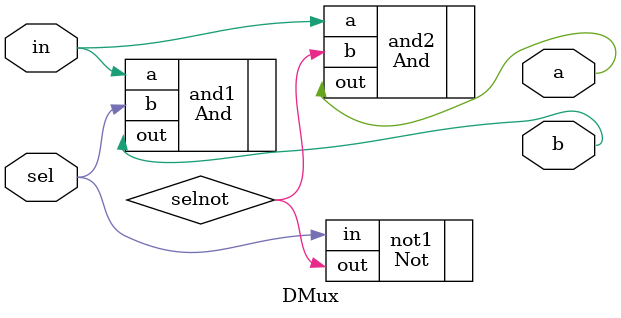
<source format=v>
module DMux (
  input in,
  input sel,
  output reg a,
  output reg b
);

  //And(a=in, b=sel, out=b);
  And and1 (
    .a(in),
    .b(sel),
    .out(b)
  );

  //Not(in=sel, out=selnot);
  Not not1 (
    .in(sel),
    .out(selnot)
  );

  //And(a=in, b=selnot, out=a);
  And and2 (
    .a(in),
    .b(selnot),
    .out(a)
  );

endmodule

</source>
